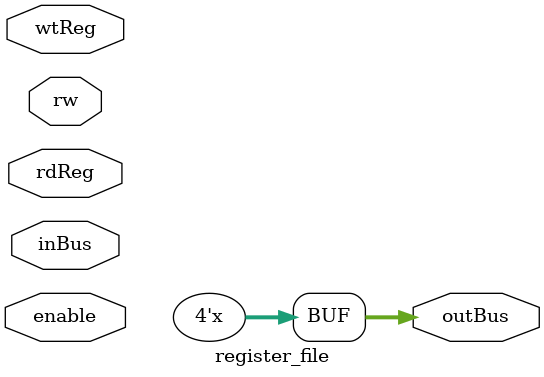
<source format=v>
module register_file (
  input wire [1:0] rdReg,
  input wire [1:0] wtReg,
  input wire       rw,
  input wire       enable,
  input wire [3:0] inBus,
  output reg [3:0] outBus
);
  reg [3:0] register [0:3];

  always @(*) begin
    if (rw == 0) begin
      outBus = register[rdReg];
    end else if (enable) begin
      register[wtReg] = inBus;
    end
  end
endmodule

</source>
